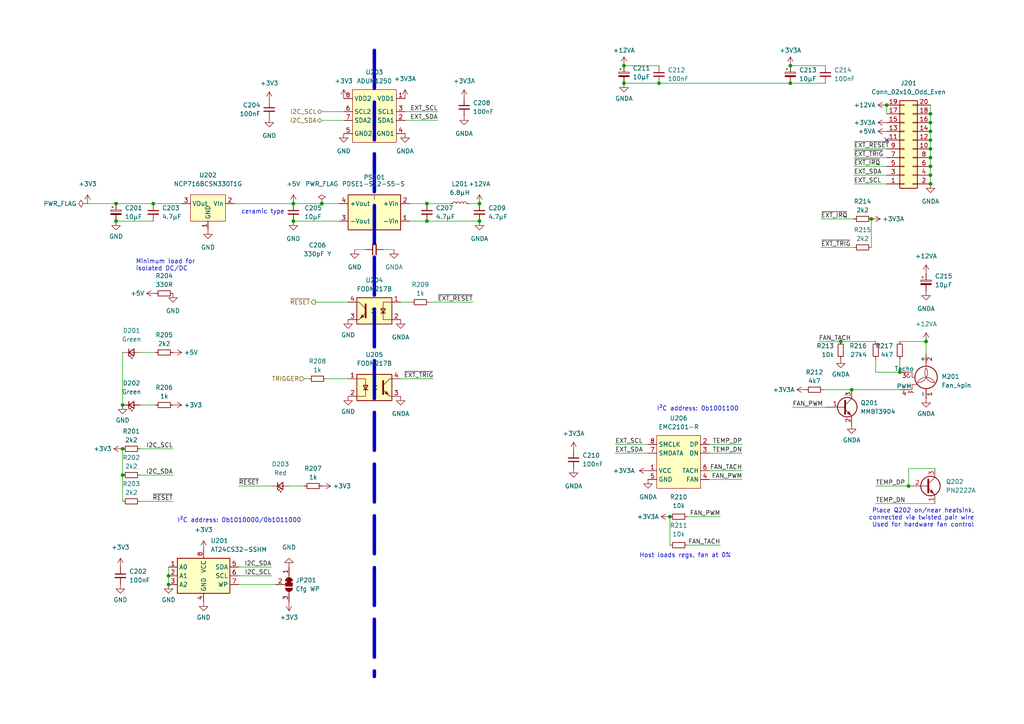
<source format=kicad_sch>
(kicad_sch (version 20211123) (generator eeschema)
  (paper "A4")
  (title_block (title "Dual Programmable Load Driver") (date "2022-03-10") (rev "1") (comment 1 "~{ACTIVE} indicates the control loop is running and input shall be enabled"))
  (lib_symbols
    (symbol "Connector_Generic:Conn_02x10_Odd_Even" (pin_names (offset 1.016) hide)
      (property "Reference" "J" (at 1.27 12.7 0))
      (property "Value" "Conn_02x10_Odd_Even" (at 1.27 -15.24 0))
      (symbol "Conn_02x10_Odd_Even_1_1"
        (rectangle (start -1.27 -12.573) (end 0 -12.827) (stroke (width 0.1524)))
        (rectangle (start -1.27 -10.033) (end 0 -10.287) (stroke (width 0.1524)))
        (rectangle (start -1.27 -7.493) (end 0 -7.747) (stroke (width 0.1524)))
        (rectangle (start -1.27 -4.953) (end 0 -5.207) (stroke (width 0.1524)))
        (rectangle (start -1.27 -2.413) (end 0 -2.667) (stroke (width 0.1524)))
        (rectangle (start -1.27 0.127) (end 0 -0.127) (stroke (width 0.1524)))
        (rectangle (start -1.27 2.667) (end 0 2.413) (stroke (width 0.1524)))
        (rectangle (start -1.27 5.207) (end 0 4.953) (stroke (width 0.1524)))
        (rectangle (start -1.27 7.747) (end 0 7.493) (stroke (width 0.1524)))
        (rectangle (start -1.27 10.287) (end 0 10.033) (stroke (width 0.1524)))
        (rectangle (start -1.27 11.43) (end 3.81 -13.97) (stroke (width 0.254)) (fill (type background)))
        (rectangle (start 3.81 -12.573) (end 2.54 -12.827) (stroke (width 0.1524)))
        (rectangle (start 3.81 -10.033) (end 2.54 -10.287) (stroke (width 0.1524)))
        (rectangle (start 3.81 -7.493) (end 2.54 -7.747) (stroke (width 0.1524)))
        (rectangle (start 3.81 -4.953) (end 2.54 -5.207) (stroke (width 0.1524)))
        (rectangle (start 3.81 -2.413) (end 2.54 -2.667) (stroke (width 0.1524)))
        (rectangle (start 3.81 0.127) (end 2.54 -0.127) (stroke (width 0.1524)))
        (rectangle (start 3.81 2.667) (end 2.54 2.413) (stroke (width 0.1524)))
        (rectangle (start 3.81 5.207) (end 2.54 4.953) (stroke (width 0.1524)))
        (rectangle (start 3.81 7.747) (end 2.54 7.493) (stroke (width 0.1524)))
        (rectangle (start 3.81 10.287) (end 2.54 10.033) (stroke (width 0.1524)))
        (pin passive line (at -5.08 10.16 0) (length 3.81) (name "Pin_1") (number "1"))
        (pin passive line (at 7.62 0 180) (length 3.81) (name "Pin_10") (number "10"))
        (pin passive line (at -5.08 -2.54 0) (length 3.81) (name "Pin_11") (number "11"))
        (pin passive line (at 7.62 -2.54 180) (length 3.81) (name "Pin_12") (number "12"))
        (pin passive line (at -5.08 -5.08 0) (length 3.81) (name "Pin_13") (number "13"))
        (pin passive line (at 7.62 -5.08 180) (length 3.81) (name "Pin_14") (number "14"))
        (pin passive line (at -5.08 -7.62 0) (length 3.81) (name "Pin_15") (number "15"))
        (pin passive line (at 7.62 -7.62 180) (length 3.81) (name "Pin_16") (number "16"))
        (pin passive line (at -5.08 -10.16 0) (length 3.81) (name "Pin_17") (number "17"))
        (pin passive line (at 7.62 -10.16 180) (length 3.81) (name "Pin_18") (number "18"))
        (pin passive line (at -5.08 -12.7 0) (length 3.81) (name "Pin_19") (number "19"))
        (pin passive line (at 7.62 10.16 180) (length 3.81) (name "Pin_2") (number "2"))
        (pin passive line (at 7.62 -12.7 180) (length 3.81) (name "Pin_20") (number "20"))
        (pin passive line (at -5.08 7.62 0) (length 3.81) (name "Pin_3") (number "3"))
        (pin passive line (at 7.62 7.62 180) (length 3.81) (name "Pin_4") (number "4"))
        (pin passive line (at -5.08 5.08 0) (length 3.81) (name "Pin_5") (number "5"))
        (pin passive line (at 7.62 5.08 180) (length 3.81) (name "Pin_6") (number "6"))
        (pin passive line (at -5.08 2.54 0) (length 3.81) (name "Pin_7") (number "7"))
        (pin passive line (at 7.62 2.54 180) (length 3.81) (name "Pin_8") (number "8"))
        (pin passive line (at -5.08 0 0) (length 3.81) (name "Pin_9") (number "9"))
      )
    )
    (symbol "Device:C_Polarized_Small" (pin_numbers hide) (pin_names (offset 0.254) hide)
      (property "Reference" "C" (at 0.254 1.778 0))
      (property "Value" "C_Polarized_Small" (at 0.254 -2.032 0))
      (symbol "C_Polarized_Small_0_1"
        (rectangle (start -1.524 -0.3048) (end 1.524 -0.6858) (fill (type outline)))
        (rectangle (start -1.524 0.6858) (end 1.524 0.3048))
        (polyline (pts (xy -1.27 1.524) (xy -0.762 1.524)))
        (polyline (pts (xy -1.016 1.27) (xy -1.016 1.778)))
      )
      (symbol "C_Polarized_Small_1_1"
        (pin passive line (at 0 2.54 270) (length 1.8542) (name "~") (number "1"))
        (pin passive line (at 0 -2.54 90) (length 1.8542) (name "~") (number "2"))
      )
    )
    (symbol "Device:C_Small" (pin_numbers hide) (pin_names (offset 0.254) hide)
      (property "Reference" "C" (at 0.254 1.778 0))
      (property "Value" "C_Small" (at 0.254 -2.032 0))
      (symbol "C_Small_0_1"
        (polyline (pts (xy -1.524 -0.508) (xy 1.524 -0.508)) (stroke (width 0.3302)))
        (polyline (pts (xy -1.524 0.508) (xy 1.524 0.508)) (stroke (width 0.3048)))
      )
      (symbol "C_Small_1_1"
        (pin passive line (at 0 2.54 270) (length 2.032) (name "~") (number "1"))
        (pin passive line (at 0 -2.54 90) (length 2.032) (name "~") (number "2"))
      )
    )
    (symbol "Device:LED_Small" (pin_numbers hide) (pin_names (offset 0.254) hide)
      (property "Reference" "D" (at -1.27 3.175 0))
      (property "Value" "LED_Small" (at -4.445 -2.54 0))
      (symbol "LED_Small_0_1"
        (polyline (pts (xy -0.762 -1.016) (xy -0.762 1.016)) (stroke (width 0.254)))
        (polyline (pts (xy 1.016 0) (xy -0.762 0)))
        (polyline (pts (xy 0.762 -1.016) (xy -0.762 0) (xy 0.762 1.016) (xy 0.762 -1.016)) (stroke (width 0.254)))
        (polyline (pts (xy 0 0.762) (xy -0.508 1.27) (xy -0.254 1.27) (xy -0.508 1.27) (xy -0.508 1.016)))
        (polyline (pts (xy 0.508 1.27) (xy 0 1.778) (xy 0.254 1.778) (xy 0 1.778) (xy 0 1.524)))
      )
      (symbol "LED_Small_1_1"
        (pin passive line (at -2.54 0 0) (length 1.778) (name "K") (number "1"))
        (pin passive line (at 2.54 0 180) (length 1.778) (name "A") (number "2"))
      )
    )
    (symbol "Device:L_Small" (pin_numbers hide) (pin_names (offset 0.254) hide)
      (property "Reference" "L" (at 0.762 1.016 0))
      (property "Value" "L_Small" (at 0.762 -1.016 0))
      (symbol "L_Small_0_1"
        (arc (start 0 -2.032) (mid 0.508 -1.524) (end 0 -1.016))
        (arc (start 0 -1.016) (mid 0.508 -0.508) (end 0 0))
        (arc (start 0 0) (mid 0.508 0.508) (end 0 1.016))
        (arc (start 0 1.016) (mid 0.508 1.524) (end 0 2.032))
      )
      (symbol "L_Small_1_1"
        (pin passive line (at 0 2.54 270) (length 0.508) (name "~") (number "1"))
        (pin passive line (at 0 -2.54 90) (length 0.508) (name "~") (number "2"))
      )
    )
    (symbol "Device:R_Small" (pin_numbers hide) (pin_names (offset 0.254) hide)
      (property "Reference" "R" (at 0.762 0.508 0))
      (property "Value" "R_Small" (at 0.762 -1.016 0))
      (symbol "R_Small_0_1"
        (rectangle (start -0.762 1.778) (end 0.762 -1.778) (stroke (width 0.2032)))
      )
      (symbol "R_Small_1_1"
        (pin passive line (at 0 2.54 270) (length 0.762) (name "~") (number "1"))
        (pin passive line (at 0 -2.54 90) (length 0.762) (name "~") (number "2"))
      )
    )
    (symbol "Isolator:FODM217B"
      (property "Reference" "U" (at -5.08 5.08 0))
      (property "Value" "FODM217B" (at 0 5.08 0))
      (symbol "FODM217B_0_1"
        (rectangle (start -5.08 3.81) (end 5.08 -3.81) (stroke (width 0.254)) (fill (type background)))
        (polyline (pts (xy -3.175 -0.635) (xy -1.905 -0.635)) (stroke (width 0.254)))
        (polyline (pts (xy 2.54 0.635) (xy 4.445 2.54)))
        (polyline (pts (xy 4.445 -2.54) (xy 2.54 -0.635)) (fill (type outline)))
        (polyline (pts (xy 4.445 -2.54) (xy 5.08 -2.54)))
        (polyline (pts (xy 4.445 2.54) (xy 5.08 2.54)))
        (polyline (pts (xy -5.08 2.54) (xy -2.54 2.54) (xy -2.54 -0.635)))
        (polyline (pts (xy -2.54 -0.635) (xy -2.54 -2.54) (xy -5.08 -2.54)))
        (polyline (pts (xy 2.54 1.905) (xy 2.54 -1.905) (xy 2.54 -1.905)) (stroke (width 0.508)))
        (polyline (pts (xy -2.54 -0.635) (xy -3.175 0.635) (xy -1.905 0.635) (xy -2.54 -0.635)) (stroke (width 0.254)))
        (polyline (pts (xy -0.508 -0.508) (xy 0.762 -0.508) (xy 0.381 -0.635) (xy 0.381 -0.381) (xy 0.762 -0.508)))
        (polyline (pts (xy -0.508 0.508) (xy 0.762 0.508) (xy 0.381 0.381) (xy 0.381 0.635) (xy 0.762 0.508)))
        (polyline (pts (xy 3.048 -1.651) (xy 3.556 -1.143) (xy 4.064 -2.159) (xy 3.048 -1.651) (xy 3.048 -1.651)) (fill (type outline)))
      )
      (symbol "FODM217B_1_1"
        (pin passive line (at -7.62 2.54 0) (length 2.54) (name "~") (number "1"))
        (pin passive line (at -7.62 -2.54 0) (length 2.54) (name "~") (number "2"))
        (pin passive line (at 7.62 -2.54 180) (length 2.54) (name "~") (number "3"))
        (pin passive line (at 7.62 2.54 180) (length 2.54) (name "~") (number "4"))
      )
    )
    (symbol "Jumper:SolderJumper_3_Bridged12" (pin_names (offset 0) hide)
      (property "Reference" "JP" (at -2.54 -2.54 0))
      (property "Value" "SolderJumper_3_Bridged12" (at 0 2.794 0))
      (symbol "SolderJumper_3_Bridged12_0_1"
        (rectangle (start -1.016 0.508) (end -0.508 -0.508) (fill (type outline)))
        (arc (start -1.016 1.016) (mid -2.032 0) (end -1.016 -1.016))
        (arc (start -1.016 1.016) (mid -2.032 0) (end -1.016 -1.016) (fill (type outline)))
        (rectangle (start -0.508 1.016) (end 0.508 -1.016) (fill (type outline)))
        (polyline (pts (xy -2.54 0) (xy -2.032 0)))
        (polyline (pts (xy -1.016 1.016) (xy -1.016 -1.016)))
        (polyline (pts (xy 0 -1.27) (xy 0 -1.016)))
        (polyline (pts (xy 1.016 1.016) (xy 1.016 -1.016)))
        (polyline (pts (xy 2.54 0) (xy 2.032 0)))
        (arc (start 1.016 -1.016) (mid 2.032 0) (end 1.016 1.016))
        (arc (start 1.016 -1.016) (mid 2.032 0) (end 1.016 1.016) (fill (type outline)))
      )
      (symbol "SolderJumper_3_Bridged12_1_1"
        (pin passive line (at -5.08 0 0) (length 2.54) (name "A") (number "1"))
        (pin passive line (at 0 -3.81 90) (length 2.54) (name "C") (number "2"))
        (pin passive line (at 5.08 0 180) (length 2.54) (name "B") (number "3"))
      )
    )
    (symbol "Memory_EEPROM:AT24CS32-SSHM"
      (property "Reference" "U" (at -7.62 6.35 0))
      (property "Value" "AT24CS32-SSHM" (at 2.54 -6.35 0))
      (symbol "AT24CS32-SSHM_1_1"
        (rectangle (start -7.62 5.08) (end 7.62 -5.08) (stroke (width 0.254)) (fill (type background)))
        (pin input line (at -10.16 2.54 0) (length 2.54) (name "A0") (number "1"))
        (pin input line (at -10.16 0 0) (length 2.54) (name "A1") (number "2"))
        (pin input line (at -10.16 -2.54 0) (length 2.54) (name "A2") (number "3"))
        (pin power_in line (at 0 -7.62 90) (length 2.54) (name "GND") (number "4"))
        (pin bidirectional line (at 10.16 2.54 180) (length 2.54) (name "SDA") (number "5"))
        (pin input line (at 10.16 0 180) (length 2.54) (name "SCL") (number "6"))
        (pin input line (at 10.16 -2.54 180) (length 2.54) (name "WP") (number "7"))
        (pin power_in line (at 0 7.62 270) (length 2.54) (name "VCC") (number "8"))
      )
    )
    (symbol "Motor:Fan_4pin" (pin_names (offset 0))
      (property "Reference" "M" (at 2.54 5.08 0))
      (property "Value" "Fan_4pin" (at 2.54 -2.54 0))
      (symbol "Fan_4pin_0_0"
        (arc (start -5.588 1.524) (mid -5.08 1.016) (end -4.572 1.524))
        (arc (start -5.08 2.032) (mid -5.4392 1.8832) (end -5.588 1.524))
        (polyline (pts (xy -5.08 2.032) (xy -5.334 2.159)))
        (polyline (pts (xy -5.08 2.032) (xy -5.207 1.778)))
        (polyline (pts (xy -4.064 2.54) (xy -4.064 1.016) (xy -3.302 1.016)))
      )
      (symbol "Fan_4pin_0_1"
        (arc (start -2.54 -0.508) (mid -0.0014 0.9048) (end 0 3.81))
        (polyline (pts (xy -4.064 2.54) (xy -5.08 2.54)))
        (polyline (pts (xy 0 -5.08) (xy 0 -4.572)))
        (polyline (pts (xy 0 -2.2352) (xy 0 -2.6416)))
        (polyline (pts (xy 0 4.2672) (xy 0 4.6228)))
        (polyline (pts (xy 0 4.572) (xy 0 5.08)))
        (polyline (pts (xy -2.54 -1.016) (xy -4.064 -1.016) (xy -4.064 -2.54) (xy -5.08 -2.54)))
        (polyline (pts (xy -5.334 -3.302) (xy -5.08 -3.302) (xy -5.08 -3.048) (xy -4.826 -3.048) (xy -4.826 -3.302) (xy -4.318 -3.302) (xy -4.318 -3.048) (xy -4.064 -3.048) (xy -4.064 -3.302) (xy -3.556 -3.302)))
        (circle (center 0 1.016) (radius 3.2512) (stroke (width 0.254)))
        (arc (start 0 3.81) (mid 0.0468 0.9315) (end 2.54 -0.508))
        (arc (start 2.54 -0.508) (mid 0 1.0618) (end -2.54 -0.508))
      )
      (symbol "Fan_4pin_1_1"
        (pin passive line (at 0 -5.08 90) (length 2.54) (name "-") (number "1"))
        (pin passive line (at 0 7.62 270) (length 2.54) (name "+") (number "2"))
        (pin passive line (at -7.62 2.54 0) (length 2.54) (name "Tacho") (number "3"))
        (pin input line (at -7.62 -2.54 0) (length 2.54) (name "PWM") (number "4"))
      )
    )
    (symbol "Transistor_BJT:MMBT3904" (pin_names (offset 0) hide)
      (property "Reference" "Q" (at 5.08 1.905 0))
      (property "Value" "MMBT3904" (at 5.08 0 0))
      (symbol "MMBT3904_0_1"
        (polyline (pts (xy 0.635 0.635) (xy 2.54 2.54)))
        (polyline (pts (xy 0.635 -0.635) (xy 2.54 -2.54) (xy 2.54 -2.54)))
        (polyline (pts (xy 0.635 1.905) (xy 0.635 -1.905) (xy 0.635 -1.905)) (stroke (width 0.508)))
        (polyline (pts (xy 1.27 -1.778) (xy 1.778 -1.27) (xy 2.286 -2.286) (xy 1.27 -1.778) (xy 1.27 -1.778)) (fill (type outline)))
        (circle (center 1.27 0) (radius 2.8194) (stroke (width 0.254)))
      )
      (symbol "MMBT3904_1_1"
        (pin input line (at -5.08 0 0) (length 5.715) (name "B") (number "1"))
        (pin passive line (at 2.54 -5.08 90) (length 2.54) (name "E") (number "2"))
        (pin passive line (at 2.54 5.08 270) (length 2.54) (name "C") (number "3"))
      )
    )
    (symbol "Transistor_BJT:PN2222A" (pin_names (offset 0) hide)
      (property "Reference" "Q" (at 5.08 1.905 0))
      (property "Value" "PN2222A" (at 5.08 0 0))
      (symbol "PN2222A_0_1"
        (polyline (pts (xy 0 0) (xy 0.635 0)))
        (polyline (pts (xy 2.54 -2.54) (xy 0.635 -0.635)))
        (polyline (pts (xy 2.54 2.54) (xy 0.635 0.635)))
        (polyline (pts (xy 0.635 1.905) (xy 0.635 -1.905) (xy 0.635 -1.905)) (stroke (width 0.508)))
        (polyline (pts (xy 2.413 -2.413) (xy 1.905 -1.905) (xy 1.905 -1.905)))
        (polyline (pts (xy 1.143 -1.651) (xy 1.651 -1.143) (xy 2.159 -2.159) (xy 1.143 -1.651) (xy 1.143 -1.651)) (fill (type outline)))
        (circle (center 1.27 0) (radius 2.8194) (stroke (width 0.254)))
      )
      (symbol "PN2222A_1_1"
        (pin passive line (at 2.54 -5.08 90) (length 2.54) (name "E") (number "1"))
        (pin input line (at -5.08 0 0) (length 5.08) (name "B") (number "2"))
        (pin passive line (at 2.54 5.08 270) (length 2.54) (name "C") (number "3"))
      )
    )
    (symbol "power:+12VA" (power) (pin_names (offset 0))
      (property "Value" "+12VA" (at 0 3.556 0))
      (symbol "+12VA_0_1"
        (polyline (pts (xy -0.762 1.27) (xy 0 2.54)))
        (polyline (pts (xy 0 0) (xy 0 2.54)))
        (polyline (pts (xy 0 2.54) (xy 0.762 1.27)))
      )
      (symbol "+12VA_1_1"
        (pin power_in line (at 0 0 90) (length 0) hide (name "+12VA") (number "1"))
      )
    )
    (symbol "power:+3V3" (power) (pin_names (offset 0))
      (property "Value" "+3V3" (at 0 3.556 0))
      (symbol "+3V3_0_1"
        (polyline (pts (xy -0.762 1.27) (xy 0 2.54)))
        (polyline (pts (xy 0 0) (xy 0 2.54)))
        (polyline (pts (xy 0 2.54) (xy 0.762 1.27)))
      )
      (symbol "+3V3_1_1"
        (pin power_in line (at 0 0 90) (length 0) hide (name "+3V3") (number "1"))
      )
    )
    (symbol "power:+5V" (power) (pin_names (offset 0))
      (property "Value" "+5V" (at 0 3.556 0))
      (symbol "+5V_0_1"
        (polyline (pts (xy -0.762 1.27) (xy 0 2.54)))
        (polyline (pts (xy 0 0) (xy 0 2.54)))
        (polyline (pts (xy 0 2.54) (xy 0.762 1.27)))
      )
      (symbol "+5V_1_1"
        (pin power_in line (at 0 0 90) (length 0) hide (name "+5V") (number "1"))
      )
    )
    (symbol "power:+5VA" (power) (pin_names (offset 0))
      (property "Value" "+5VA" (at 0 3.556 0))
      (symbol "+5VA_0_1"
        (polyline (pts (xy -0.762 1.27) (xy 0 2.54)))
        (polyline (pts (xy 0 0) (xy 0 2.54)))
        (polyline (pts (xy 0 2.54) (xy 0.762 1.27)))
      )
      (symbol "+5VA_1_1"
        (pin power_in line (at 0 0 90) (length 0) hide (name "+5VA") (number "1"))
      )
    )
    (symbol "power:GND" (power) (pin_names (offset 0))
      (property "Value" "GND" (at 0 -3.81 0))
      (symbol "GND_0_1"
        (polyline (pts (xy 0 0) (xy 0 -1.27) (xy 1.27 -1.27) (xy 0 -2.54) (xy -1.27 -1.27) (xy 0 -1.27)))
      )
      (symbol "GND_1_1"
        (pin power_in line (at 0 0 270) (length 0) hide (name "GND") (number "1"))
      )
    )
    (symbol "power:GNDA" (power) (pin_names (offset 0))
      (property "Value" "GNDA" (at 0 -3.81 0))
      (symbol "GNDA_0_1"
        (polyline (pts (xy 0 0) (xy 0 -1.27) (xy 1.27 -1.27) (xy 0 -2.54) (xy -1.27 -1.27) (xy 0 -1.27)))
      )
      (symbol "GNDA_1_1"
        (pin power_in line (at 0 0 270) (length 0) hide (name "GNDA") (number "1"))
      )
    )
    (symbol "power:PWR_FLAG" (power) (pin_numbers hide) (pin_names (offset 0) hide)
      (property "Value" "PWR_FLAG" (at 0 3.81 0))
      (symbol "PWR_FLAG_0_0"
        (pin power_out line (at 0 0 90) (length 0) (name "pwr") (number "1"))
      )
      (symbol "PWR_FLAG_0_1"
        (polyline (pts (xy 0 0) (xy 0 1.27) (xy -1.016 1.905) (xy 0 2.54) (xy 1.016 1.905) (xy 0 1.27)))
      )
    )
    (symbol "programmable-load:+3V3A" (power) (pin_names (offset 0))
      (property "Value" "+3V3A" (at 0 3.556 0))
      (symbol "+3V3A_0_1"
        (polyline (pts (xy -0.762 1.27) (xy 0 2.54)))
        (polyline (pts (xy 0 0) (xy 0 2.54)))
        (polyline (pts (xy 0 2.54) (xy 0.762 1.27)))
      )
      (symbol "+3V3A_1_1"
        (pin power_in line (at 0 0 90) (length 0) hide (name "+3V3A") (number "1"))
      )
    )
    (symbol "programmable-load:ADUM1250"
      (property "Reference" "U" (at 0 1.27 0))
      (property "Value" "ADUM1250" (at 0 3.81 0))
      (symbol "ADUM1250_0_1"
        (rectangle (start -6.35 0) (end 6.35 -15.24) (fill (type background)))
      )
      (symbol "ADUM1250_1_1"
        (pin power_in line (at -8.89 -2.54 0) (length 2.54) (name "VDD1") (number "1"))
        (pin bidirectional line (at -8.89 -8.89 0) (length 2.54) (name "SDA1") (number "2"))
        (pin bidirectional line (at -8.89 -6.35 0) (length 2.54) (name "SCL1") (number "3"))
        (pin power_in line (at -8.89 -12.7 0) (length 2.54) (name "GND1") (number "4"))
        (pin power_in line (at 8.89 -12.7 180) (length 2.54) (name "GND2") (number "5"))
        (pin bidirectional line (at 8.89 -6.35 180) (length 2.54) (name "SCL2") (number "6"))
        (pin bidirectional line (at 8.89 -8.89 180) (length 2.54) (name "SDA2") (number "7"))
        (pin power_in line (at 8.89 -2.54 180) (length 2.54) (name "VDD2") (number "8"))
      )
    )
    (symbol "programmable-load:EMC2101-R"
      (property "Reference" "U" (at 0 3.81 0))
      (property "Value" "EMC2101-R" (at 0 1.27 0))
      (symbol "EMC2101-R_0_1"
        (rectangle (start -6.35 0) (end 6.35 -15.24) (fill (type background)))
      )
      (symbol "EMC2101-R_1_1"
        (pin power_in line (at -8.89 -10.16 0) (length 2.54) (name "VCC") (number "1"))
        (pin output line (at 8.89 -2.54 180) (length 2.54) (name "DP") (number "2"))
        (pin input line (at 8.89 -5.08 180) (length 2.54) (name "DN") (number "3"))
        (pin output line (at 8.89 -12.7 180) (length 2.54) (name "FAN") (number "4"))
        (pin power_in line (at -8.89 -12.7 0) (length 2.54) (name "GND") (number "5"))
        (pin input line (at 8.89 -10.16 180) (length 2.54) (name "TACH") (number "6"))
        (pin bidirectional line (at -8.89 -5.08 0) (length 2.54) (name "SMDATA") (number "7"))
        (pin bidirectional line (at -8.89 -2.54 0) (length 2.54) (name "SMCLK") (number "8"))
      )
    )
    (symbol "programmable-load:NCP716BC"
      (property "Reference" "U" (at 0 3.81 0))
      (property "Value" "NCP716BC" (at 0 1.27 0))
      (symbol "NCP716BC_0_1"
        (rectangle (start -5.08 0) (end 5.08 -7.62) (fill (type background)))
      )
      (symbol "NCP716BC_1_1"
        (pin power_in line (at 0 -10.16 90) (length 2.54) (name "GND") (number "1"))
        (pin power_in line (at -7.62 -2.54 0) (length 2.54) (name "VIn") (number "2"))
        (pin power_out line (at 7.62 -2.54 180) (length 2.54) (name "VOut") (number "3"))
        (pin no_connect line (at 7.62 -5.08 180) (length 2.54) hide (name "NC") (number "4"))
        (pin no_connect line (at 7.62 -5.08 180) (length 2.54) hide (name "NC") (number "5"))
      )
    )
    (symbol "programmable-load:PDSE1-S12-S3-S"
      (property "Reference" "PS" (at -7.62 6.35 0))
      (property "Value" "PDSE1-S12-S3-S" (at 1.27 6.35 0))
      (symbol "PDSE1-S12-S3-S_0_0"
        (pin power_in line (at -10.16 -2.54 0) (length 2.54) (name "-Vin") (number "1"))
        (pin power_in line (at -10.16 2.54 0) (length 2.54) (name "+Vin") (number "2"))
        (pin power_out line (at 10.16 -2.54 180) (length 2.54) (name "-Vout") (number "3"))
        (pin power_out line (at 10.16 2.54 180) (length 2.54) (name "+Vout") (number "4"))
      )
      (symbol "PDSE1-S12-S3-S_0_1"
        (rectangle (start -7.62 5.08) (end 7.62 -5.08) (stroke (width 0.254)) (fill (type background)))
        (polyline (pts (xy 0 -2.54) (xy 0 -3.81)))
        (polyline (pts (xy 0 0) (xy 0 -1.27)))
        (polyline (pts (xy 0 2.54) (xy 0 1.27)))
        (polyline (pts (xy 0 5.08) (xy 0 3.81)))
      )
    )
  )
  (junction (at 48.895 169.545))
  (junction (at 229.235 19.05))
  (junction (at 269.875 45.72))
  (junction (at 191.135 24.13))
  (junction (at 268.605 99.06))
  (junction (at 229.235 24.13))
  (junction (at 269.875 35.56))
  (junction (at 123.825 64.135))
  (junction (at 243.84 99.06))
  (junction (at 257.175 30.48))
  (junction (at 33.655 59.055))
  (junction (at 269.875 43.18))
  (junction (at 139.065 59.055))
  (junction (at 269.875 40.64))
  (junction (at 269.875 48.26))
  (junction (at 180.975 24.13))
  (junction (at 247.015 113.03))
  (junction (at 139.065 64.135))
  (junction (at 263.525 140.97))
  (junction (at 85.09 59.055))
  (junction (at 269.875 38.1))
  (junction (at 260.985 107.95))
  (junction (at 252.73 63.5))
  (junction (at 269.875 53.34))
  (junction (at 194.31 149.86))
  (junction (at 123.825 59.055))
  (junction (at 93.345 59.055))
  (junction (at 44.45 59.055))
  (junction (at 35.56 130.175))
  (junction (at 269.875 50.8))
  (junction (at 180.975 19.05))
  (junction (at 35.56 117.475))
  (junction (at 35.56 137.795))
  (junction (at 48.895 167.005))
  (junction (at 33.655 64.135))
  (junction (at 269.875 33.02))
  (junction (at 85.09 64.135))
  (no_connect (at 257.175 40.64))
  (wire (pts (xy 69.215 169.545) (xy 80.01 169.545)))
  (wire (pts (xy 269.875 30.48) (xy 269.875 33.02)))
  (wire (pts (xy 229.235 24.13) (xy 239.395 24.13)))
  (wire (pts (xy 50.165 145.415) (xy 40.64 145.415)))
  (wire (pts (xy 269.875 45.72) (xy 269.875 48.26)))
  (wire (pts (xy 67.945 59.055) (xy 85.09 59.055)))
  (wire (pts (xy 247.65 71.755) (xy 238.125 71.755)))
  (wire (pts (xy 35.56 137.795) (xy 35.56 145.415)))
  (wire (pts (xy 268.605 99.06) (xy 268.605 102.87)))
  (wire (pts (xy 35.56 130.175) (xy 35.56 137.795)))
  (wire (pts (xy 205.74 136.525) (xy 215.265 136.525)))
  (wire (pts (xy 263.525 135.89) (xy 263.525 140.97)))
  (wire (pts (xy 238.76 113.03) (xy 247.015 113.03)))
  (wire (pts (xy 117.475 32.385) (xy 127 32.385)))
  (wire (pts (xy 123.825 64.135) (xy 139.065 64.135)))
  (wire (pts (xy 199.39 158.115) (xy 208.915 158.115)))
  (wire (pts (xy 269.875 43.18) (xy 269.875 45.72)))
  (wire (pts (xy 33.655 59.055) (xy 44.45 59.055)))
  (wire (pts (xy 91.44 87.63) (xy 100.965 87.63)))
  (wire (pts (xy 254 140.97) (xy 263.525 140.97)))
  (wire (pts (xy 118.745 59.055) (xy 123.825 59.055)))
  (wire (pts (xy 269.875 48.26) (xy 269.875 50.8)))
  (wire (pts (xy 83.82 140.97) (xy 88.265 140.97)))
  (wire (pts (xy 269.875 38.1) (xy 269.875 40.64)))
  (wire (pts (xy 194.31 149.86) (xy 194.31 158.115)))
  (wire (pts (xy 33.655 64.135) (xy 44.45 64.135)))
  (wire (pts (xy 48.895 164.465) (xy 48.895 167.005)))
  (wire (pts (xy 85.09 64.135) (xy 98.425 64.135)))
  (wire (pts (xy 260.985 104.14) (xy 260.985 107.95)))
  (wire (pts (xy 237.49 99.06) (xy 243.84 99.06)))
  (wire (pts (xy 269.875 40.64) (xy 269.875 43.18)))
  (wire (pts (xy 260.985 107.95) (xy 254 107.95)))
  (polyline (pts (xy 108.585 14.605) (xy 108.585 196.215)) (stroke (width 1) (type dash)))
  (wire (pts (xy 69.215 140.97) (xy 78.74 140.97)))
  (wire (pts (xy 199.39 149.86) (xy 208.915 149.86)))
  (wire (pts (xy 85.09 59.055) (xy 93.345 59.055)))
  (wire (pts (xy 229.235 19.05) (xy 239.395 19.05)))
  (wire (pts (xy 239.395 118.11) (xy 229.87 118.11)))
  (wire (pts (xy 123.825 59.055) (xy 130.81 59.055)))
  (wire (pts (xy 247.015 113.03) (xy 260.985 113.03)))
  (wire (pts (xy 191.135 24.13) (xy 229.235 24.13)))
  (wire (pts (xy 40.64 117.475) (xy 45.085 117.475)))
  (wire (pts (xy 93.345 32.385) (xy 99.695 32.385)))
  (wire (pts (xy 93.345 59.055) (xy 98.425 59.055)))
  (wire (pts (xy 50.165 137.795) (xy 40.64 137.795)))
  (wire (pts (xy 180.975 19.05) (xy 191.135 19.05)))
  (wire (pts (xy 102.87 72.39) (xy 106.045 72.39)))
  (wire (pts (xy 88.265 109.855) (xy 89.535 109.855)))
  (wire (pts (xy 69.215 167.005) (xy 78.74 167.005)))
  (wire (pts (xy 260.985 99.06) (xy 268.605 99.06)))
  (wire (pts (xy 180.975 24.13) (xy 191.135 24.13)))
  (wire (pts (xy 44.45 59.055) (xy 52.705 59.055)))
  (wire (pts (xy 254 146.05) (xy 271.145 146.05)))
  (wire (pts (xy 254 107.95) (xy 254 104.14)))
  (wire (pts (xy 116.205 87.63) (xy 119.38 87.63)))
  (wire (pts (xy 69.215 164.465) (xy 78.74 164.465)))
  (wire (pts (xy 257.175 50.8) (xy 247.65 50.8)))
  (wire (pts (xy 48.895 167.005) (xy 48.895 169.545)))
  (wire (pts (xy 135.89 59.055) (xy 139.065 59.055)))
  (wire (pts (xy 269.875 50.8) (xy 269.875 53.34)))
  (wire (pts (xy 117.475 34.925) (xy 127 34.925)))
  (wire (pts (xy 205.74 139.065) (xy 215.265 139.065)))
  (wire (pts (xy 257.175 48.26) (xy 247.65 48.26)))
  (wire (pts (xy 187.96 128.905) (xy 178.435 128.905)))
  (wire (pts (xy 125.73 109.855) (xy 116.205 109.855)))
  (wire (pts (xy 93.345 34.925) (xy 99.695 34.925)))
  (wire (pts (xy 257.175 53.34) (xy 247.65 53.34)))
  (wire (pts (xy 205.74 131.445) (xy 215.265 131.445)))
  (wire (pts (xy 243.84 99.06) (xy 254 99.06)))
  (wire (pts (xy 25.4 59.055) (xy 33.655 59.055)))
  (wire (pts (xy 40.64 102.235) (xy 45.085 102.235)))
  (wire (pts (xy 247.65 63.5) (xy 238.125 63.5)))
  (wire (pts (xy 269.875 35.56) (xy 269.875 38.1)))
  (wire (pts (xy 35.56 102.235) (xy 35.56 117.475)))
  (wire (pts (xy 124.46 87.63) (xy 137.16 87.63)))
  (wire (pts (xy 205.74 128.905) (xy 215.265 128.905)))
  (wire (pts (xy 187.96 131.445) (xy 178.435 131.445)))
  (wire (pts (xy 252.73 63.5) (xy 252.73 71.755)))
  (wire (pts (xy 94.615 109.855) (xy 100.965 109.855)))
  (wire (pts (xy 50.165 130.175) (xy 40.64 130.175)))
  (wire (pts (xy 269.875 33.02) (xy 269.875 35.56)))
  (wire (pts (xy 257.175 30.48) (xy 257.175 33.02)))
  (wire (pts (xy 247.65 45.72) (xy 257.175 45.72)))
  (wire (pts (xy 247.65 43.18) (xy 257.175 43.18)))
  (wire (pts (xy 118.745 64.135) (xy 123.825 64.135)))
  (wire (pts (xy 271.145 135.89) (xy 263.525 135.89)))
  (wire (pts (xy 111.125 72.39) (xy 114.3 72.39)))
  (text "I²C address: 0b1010000/0b1011000" (at 51.435 151.765 0) (effects (font (size 1.27 1.27)) (justify left bottom)))
  (text "ceramic type" (at 82.55 62.23 180) (effects (font (size 1.27 1.27)) (justify right bottom)))
  (text "Host loads regs, fan at 0%" (at 185.42 161.925 0) (effects (font (size 1.27 1.27)) (justify left bottom)))
  (text "Place Q202 on/near heatsink,\nconnected via twisted pair wire\nUsed for hardware fan control" (at 282.575 153.035 0) (effects (font (size 1.27 1.27)) (justify right bottom)))
  (text "I²C address: 0b1001100" (at 190.5 119.38 0) (effects (font (size 1.27 1.27)) (justify left bottom)))
  (text "Minimum load for\nisolated DC/DC" (at 39.37 78.74 0) (effects (font (size 1.27 1.27)) (justify left bottom)))
  (label "FAN_PWM" (at 229.87 118.11 0))
  (label "EXT_SDA" (at 247.65 50.8 0))
  (label "I2C_SCL" (at 50.165 130.175 180))
  (label "~{EXT_TRIG}" (at 247.65 45.72 0))
  (label "~{EXT_IRQ}" (at 247.65 48.26 0))
  (label "I2C_SDA" (at 78.74 164.465 180))
  (label "FAN_TACH" (at 208.915 158.115 180))
  (label "TEMP_DN" (at 254 146.05 0))
  (label "EXT_SCL" (at 127 32.385 180))
  (label "EXT_SDA" (at 178.435 131.445 0))
  (label "EXT_SDA" (at 127 34.925 180))
  (label "EXT_SCL" (at 178.435 128.905 0))
  (label "TEMP_DP" (at 254 140.97 0))
  (label "~{EXT_IRQ}" (at 238.125 63.5 0))
  (label "I2C_SCL" (at 78.74 167.005 180))
  (label "FAN_PWM" (at 208.915 149.86 180))
  (label "TEMP_DP" (at 215.265 128.905 180))
  (label "~{EXT_TRIG}" (at 125.73 109.855 180))
  (label "FAN_TACH" (at 215.265 136.525 180))
  (label "~{RESET}" (at 50.165 145.415 180))
  (label "~{EXT_RESET}" (at 137.16 87.63 180))
  (label "TEMP_DN" (at 215.265 131.445 180))
  (label "FAN_TACH" (at 237.49 99.06 0))
  (label "~{RESET}" (at 69.215 140.97 0))
  (label "~{EXT_TRIG}" (at 238.125 71.755 0))
  (label "~{EXT_RESET}" (at 247.65 43.18 0))
  (label "FAN_PWM" (at 215.265 139.065 180))
  (label "EXT_SCL" (at 247.65 53.34 0))
  (label "I2C_SDA" (at 50.165 137.795 180))
  (hierarchical_label "I2C_SCL" (shape bidirectional) (at 93.345 32.385 180))
  (hierarchical_label "~{RESET}" (shape output) (at 91.44 87.63 180))
  (hierarchical_label "TRIGGER" (shape input) (at 88.265 109.855 180))
  (hierarchical_label "I2C_SDA" (shape bidirectional) (at 93.345 34.925 180))
  (symbol (lib_id "Device:R_Small") (at 38.1 145.415 270) (mirror x) (unit 1)
    (property "Reference" "R203" (at 38.1 140.335 90))
    (property "Value" "2k2" (at 38.1 142.875 90))
    (property "Footprint" "Resistor_SMD:R_0805_2012Metric_Pad1.20x1.40mm_HandSolder" (effects hide))
  )
  (symbol (lib_id "power:GND") (at 34.925 169.545 0) (unit 1)
    (property "Reference" "#PWR0204" (effects hide))
    (property "Value" "GND" (at 34.925 173.99 0))
  )
  (symbol (lib_id "Device:C_Small") (at 78.105 31.75 0) (mirror y) (unit 1)
    (property "Reference" "C204" (at 75.565 30.4862 0) (effects (justify left)))
    (property "Value" "100nF" (at 75.565 33.0262 0) (effects (justify left)))
    (property "Footprint" "Capacitor_SMD:C_0805_2012Metric_Pad1.18x1.45mm_HandSolder" (effects hide))
  )
  (symbol (lib_id "power:+3V3") (at 99.695 28.575 0) (unit 1)
    (property "Reference" "#PWR0222" (effects hide))
    (property "Value" "+3V3" (at 99.695 23.495 0))
  )
  (symbol (lib_id "Device:R_Small") (at 236.22 113.03 270) (mirror x) (unit 1)
    (property "Reference" "R212" (at 236.22 107.95 90))
    (property "Value" "4k7" (at 236.22 110.49 90))
    (property "Footprint" "Resistor_SMD:R_0805_2012Metric_Pad1.20x1.40mm_HandSolder" (effects hide))
  )
  (symbol (lib_id "Device:R_Small") (at 38.1 137.795 270) (mirror x) (unit 1)
    (property "Reference" "R202" (at 38.1 132.715 90))
    (property "Value" "2k2" (at 38.1 135.255 90))
    (property "Footprint" "Resistor_SMD:R_0805_2012Metric_Pad1.20x1.40mm_HandSolder" (effects hide))
  )
  (symbol (lib_id "Device:R_Small") (at 121.92 87.63 270) (mirror x) (unit 1)
    (property "Reference" "R209" (at 121.92 82.55 90))
    (property "Value" "1k" (at 121.92 85.09 90))
    (property "Footprint" "Resistor_SMD:R_0805_2012Metric_Pad1.20x1.40mm_HandSolder" (effects hide))
  )
  (symbol (lib_id "programmable-load:+3V3A") (at 252.73 63.5 270) (mirror x) (unit 1)
    (property "Reference" "#PWR0247" (effects hide))
    (property "Value" "+3V3A" (at 255.905 63.4999 90) (effects (justify left)))
  )
  (symbol (lib_id "power:GNDA") (at 139.065 64.135 0) (unit 1)
    (property "Reference" "#PWR0235" (effects hide))
    (property "Value" "GNDA" (at 139.065 69.215 0))
  )
  (symbol (lib_id "Isolator:FODM217B") (at 108.585 112.395 0) (unit 1)
    (property "Reference" "U205" (at 108.585 102.87 0))
    (property "Value" "FODM217B" (at 108.585 105.41 0))
    (property "Footprint" "Package_SO:SOP-4_4.4x2.6mm_P1.27mm" (effects hide))
    (property "Datasheet" "https://www.onsemi.com/pub/Collateral/FODM214-D.PDF" (effects hide))
    (property "MPN" "FODM217B" (effects hide))
  )
  (symbol (lib_id "power:GNDA") (at 117.475 38.735 0) (unit 1)
    (property "Reference" "#PWR0231" (effects hide))
    (property "Value" "GNDA" (at 117.475 43.815 0))
  )
  (symbol (lib_id "power:+5VA") (at 257.175 38.1 90) (unit 1)
    (property "Reference" "#PWR0250" (effects hide))
    (property "Value" "+5VA" (at 254 38.0999 90) (effects (justify left)))
  )
  (symbol (lib_id "power:+3V3") (at 59.055 159.385 0) (unit 1)
    (property "Reference" "#PWR0212" (effects hide))
    (property "Value" "+3V3" (at 59.055 153.67 0))
  )
  (symbol (lib_id "Device:R_Small") (at 196.85 149.86 90) (unit 1)
    (property "Reference" "R210" (at 196.85 144.145 90))
    (property "Value" "10k" (at 196.85 146.685 90))
    (property "Footprint" "Resistor_SMD:R_0805_2012Metric_Pad1.20x1.40mm_HandSolder" (effects hide))
  )
  (symbol (lib_id "Device:R_Small") (at 47.625 85.09 90) (unit 1)
    (property "Reference" "R204" (at 47.625 80.01 90))
    (property "Value" "330R" (at 47.625 82.55 90))
    (property "Footprint" "Resistor_SMD:R_0805_2012Metric_Pad1.20x1.40mm_HandSolder" (effects hide))
    (property "MPN" "ERJ-P06J331V" (effects hide))
  )
  (symbol (lib_id "Device:C_Small") (at 123.825 61.595 0) (unit 1)
    (property "Reference" "C207" (at 126.365 60.3312 0) (effects (justify left)))
    (property "Value" "4.7µF" (at 126.365 62.8712 0) (effects (justify left)))
    (property "Footprint" "Capacitor_SMD:C_0805_2012Metric_Pad1.18x1.45mm_HandSolder" (effects hide))
    (property "MPN" "CL21A475KAQNNNF" (effects hide))
  )
  (symbol (lib_id "Device:R_Small") (at 38.1 130.175 270) (mirror x) (unit 1)
    (property "Reference" "R201" (at 38.1 125.095 90))
    (property "Value" "2k2" (at 38.1 127.635 90))
    (property "Footprint" "Resistor_SMD:R_0805_2012Metric_Pad1.20x1.40mm_HandSolder" (effects hide))
  )
  (symbol (lib_id "programmable-load:+3V3A") (at 257.175 35.56 90) (unit 1)
    (property "Reference" "#PWR0249" (effects hide))
    (property "Value" "+3V3A" (at 254 35.5599 90) (effects (justify left)))
  )
  (symbol (lib_id "power:+3V3") (at 25.4 59.055 0) (unit 1)
    (property "Reference" "#PWR0201" (effects hide))
    (property "Value" "+3V3" (at 25.4 53.34 0))
  )
  (symbol (lib_id "Device:R_Small") (at 90.805 140.97 270) (mirror x) (unit 1)
    (property "Reference" "R207" (at 90.805 135.89 90))
    (property "Value" "1k" (at 90.805 138.43 90))
    (property "Footprint" "Resistor_SMD:R_0805_2012Metric_Pad1.20x1.40mm_HandSolder" (effects hide))
  )
  (symbol (lib_id "power:PWR_FLAG") (at 25.4 59.055 90) (unit 1)
    (property "Reference" "#FLG0201" (effects hide))
    (property "Value" "PWR_FLAG" (at 22.225 59.055 90) (effects (justify left)))
  )
  (symbol (lib_id "programmable-load:+3V3A") (at 233.68 113.03 90) (unit 1)
    (property "Reference" "#PWR0244" (effects hide))
    (property "Value" "+3V3A" (at 230.505 113.03 90) (effects (justify left)))
  )
  (symbol (lib_id "Isolator:FODM217B") (at 108.585 90.17 0) (mirror y) (unit 1)
    (property "Reference" "U204" (at 108.585 81.28 0))
    (property "Value" "FODM217B" (at 108.585 83.82 0))
    (property "Footprint" "Package_SO:SOP-4_4.4x2.6mm_P1.27mm" (effects hide))
    (property "Datasheet" "https://www.onsemi.com/pub/Collateral/FODM214-D.PDF" (effects hide))
    (property "MPN" "FODM217B" (effects hide))
  )
  (symbol (lib_id "programmable-load:NCP716BC") (at 60.325 56.515 0) (mirror y) (unit 1)
    (property "Reference" "U202" (at 60.325 50.8 0))
    (property "Value" "NCP716BCSN330T1G" (at 60.325 53.34 0))
    (property "Footprint" "Package_SO:TSOP-5_1.65x3.05mm_P0.95mm" (effects hide))
    (property "Datasheet" "https://www.mouser.com/datasheet/2/308/NCP716BC_D-2255835.pdf" (effects hide))
  )
  (symbol (lib_id "Device:R_Small") (at 47.625 102.235 270) (mirror x) (unit 1)
    (property "Reference" "R205" (at 47.625 97.155 90))
    (property "Value" "2k2" (at 47.625 99.695 90))
    (property "Footprint" "Resistor_SMD:R_0805_2012Metric_Pad1.20x1.40mm_HandSolder" (effects hide))
  )
  (symbol (lib_id "Device:C_Small") (at 85.09 61.595 0) (unit 1)
    (property "Reference" "C205" (at 88.265 60.3312 0) (effects (justify left)))
    (property "Value" "10µF" (at 88.265 62.8712 0) (effects (justify left)))
    (property "Footprint" "Capacitor_SMD:C_0805_2012Metric_Pad1.18x1.45mm_HandSolder" (effects hide))
    (property "MPN" "CL21A106KPFNNNF" (effects hide))
  )
  (symbol (lib_id "Device:R_Small") (at 47.625 117.475 270) (mirror x) (unit 1)
    (property "Reference" "R206" (at 47.625 112.395 90))
    (property "Value" "1k" (at 47.625 114.935 90))
    (property "Footprint" "Resistor_SMD:R_0805_2012Metric_Pad1.20x1.40mm_HandSolder" (effects hide))
  )
  (symbol (lib_id "power:GND") (at 83.82 164.465 180) (unit 1)
    (property "Reference" "#PWR0217" (effects hide))
    (property "Value" "GND" (at 83.82 158.75 0))
  )
  (symbol (lib_id "Device:R_Small") (at 92.075 109.855 270) (mirror x) (unit 1)
    (property "Reference" "R208" (at 92.075 104.775 90))
    (property "Value" "1k" (at 92.075 107.315 90))
    (property "Footprint" "Resistor_SMD:R_0805_2012Metric_Pad1.20x1.40mm_HandSolder" (effects hide))
  )
  (symbol (lib_id "Device:C_Small") (at 239.395 21.59 0) (unit 1)
    (property "Reference" "C214" (at 241.935 20.3262 0) (effects (justify left)))
    (property "Value" "100nF" (at 241.935 22.8662 0) (effects (justify left)))
    (property "Footprint" "Capacitor_SMD:C_0805_2012Metric_Pad1.18x1.45mm_HandSolder" (effects hide))
  )
  (symbol (lib_id "Device:C_Polarized_Small") (at 229.235 21.59 0) (unit 1)
    (property "Reference" "C213" (at 231.775 20.32 0) (effects (justify left)))
    (property "Value" "10µF" (at 231.775 22.86 0) (effects (justify left)))
    (property "Footprint" "Capacitor_Tantalum_SMD:CP_EIA-3216-18_Kemet-A_Pad1.58x1.35mm_HandSolder" (effects hide))
    (property "MPN" "TAJA106K016RNJ" (effects hide))
  )
  (symbol (lib_id "power:GNDA") (at 268.605 84.455 0) (unit 1)
    (property "Reference" "#PWR0252" (effects hide))
    (property "Value" "GNDA" (at 268.605 89.535 0))
  )
  (symbol (lib_id "power:GNDA") (at 134.62 33.655 0) (unit 1)
    (property "Reference" "#PWR0233" (effects hide))
    (property "Value" "GNDA" (at 134.62 38.735 0))
  )
  (symbol (lib_id "Device:LED_Small") (at 38.1 117.475 0) (mirror x) (unit 1)
    (property "Reference" "D202" (at 38.1635 111.125 0))
    (property "Value" "Green" (at 38.1635 113.665 0))
    (property "Footprint" "LED_SMD:LED_0805_2012Metric_Pad1.15x1.40mm_HandSolder" (effects hide))
    (property "MPN" "150080VS75000" (effects hide))
  )
  (symbol (lib_id "Device:C_Small") (at 191.135 21.59 0) (unit 1)
    (property "Reference" "C212" (at 193.675 20.3262 0) (effects (justify left)))
    (property "Value" "100nF" (at 193.675 22.8662 0) (effects (justify left)))
    (property "Footprint" "Capacitor_SMD:C_0805_2012Metric_Pad1.18x1.45mm_HandSolder" (effects hide))
  )
  (symbol (lib_id "Transistor_BJT:MMBT3904") (at 244.475 118.11 0) (unit 1)
    (property "Reference" "Q201" (at 249.555 116.8399 0) (effects (justify left)))
    (property "Value" "MMBT3904" (at 249.555 119.3799 0) (effects (justify left)))
    (property "Footprint" "Package_TO_SOT_SMD:SOT-23" (effects hide))
    (property "Datasheet" "https://www.onsemi.com/pub/Collateral/2N3903-D.PDF" (effects hide))
    (property "MPN" "MMBT3904,215" (effects hide))
  )
  (symbol (lib_id "power:+3V3") (at 35.56 130.175 90) (mirror x) (unit 1)
    (property "Reference" "#PWR0206" (effects hide))
    (property "Value" "+3V3" (at 32.385 130.1749 90) (effects (justify left)))
  )
  (symbol (lib_id "power:GND") (at 60.325 66.675 0) (unit 1)
    (property "Reference" "#PWR0214" (effects hide))
    (property "Value" "GND" (at 60.325 71.755 0))
  )
  (symbol (lib_id "power:+3V3") (at 50.165 117.475 270) (mirror x) (unit 1)
    (property "Reference" "#PWR0211" (effects hide))
    (property "Value" "+3V3" (at 53.34 117.4749 90) (effects (justify left)))
  )
  (symbol (lib_id "power:GNDA") (at 269.875 53.34 0) (unit 1)
    (property "Reference" "#PWR0255" (effects hide))
    (property "Value" "GNDA" (at 269.875 58.42 0))
  )
  (symbol (lib_id "power:+3V3") (at 93.345 140.97 270) (mirror x) (unit 1)
    (property "Reference" "#PWR0221" (effects hide))
    (property "Value" "+3V3" (at 96.52 140.9699 90) (effects (justify left)))
  )
  (symbol (lib_id "power:+3V3") (at 34.925 164.465 0) (unit 1)
    (property "Reference" "#PWR0203" (effects hide))
    (property "Value" "+3V3" (at 34.925 158.75 0))
  )
  (symbol (lib_id "power:GND") (at 85.09 64.135 0) (unit 1)
    (property "Reference" "#PWR0220" (effects hide))
    (property "Value" "GND" (at 85.09 69.215 0))
  )
  (symbol (lib_id "Device:R_Small") (at 243.84 101.6 0) (mirror x) (unit 1)
    (property "Reference" "R213" (at 241.935 100.3299 0) (effects (justify right)))
    (property "Value" "10k" (at 241.935 102.8699 0) (effects (justify right)))
    (property "Footprint" "Resistor_SMD:R_0805_2012Metric_Pad1.20x1.40mm_HandSolder" (effects hide))
  )
  (symbol (lib_id "power:GND") (at 99.695 38.735 0) (unit 1)
    (property "Reference" "#PWR0223" (effects hide))
    (property "Value" "GND" (at 99.695 43.815 0))
  )
  (symbol (lib_id "power:GND") (at 78.105 34.29 0) (unit 1)
    (property "Reference" "#PWR0216" (effects hide))
    (property "Value" "GND" (at 78.105 39.37 0))
  )
  (symbol (lib_id "programmable-load:+3V3A") (at 166.37 130.81 0) (unit 1)
    (property "Reference" "#PWR0236" (effects hide))
    (property "Value" "+3V3A" (at 166.37 125.73 0))
  )
  (symbol (lib_id "Device:C_Small") (at 166.37 133.35 0) (unit 1)
    (property "Reference" "C210" (at 168.91 132.0862 0) (effects (justify left)))
    (property "Value" "100nF" (at 168.91 134.6262 0) (effects (justify left)))
    (property "Footprint" "Capacitor_SMD:C_0805_2012Metric_Pad1.18x1.45mm_HandSolder" (effects hide))
  )
  (symbol (lib_id "Device:R_Small") (at 254 101.6 0) (mirror x) (unit 1)
    (property "Reference" "R216" (at 251.46 100.3299 0) (effects (justify right)))
    (property "Value" "27k4" (at 251.46 102.8699 0) (effects (justify right)))
    (property "Footprint" "Resistor_SMD:R_0805_2012Metric_Pad1.20x1.40mm_HandSolder" (effects hide))
  )
  (symbol (lib_id "Device:R_Small") (at 250.19 71.755 90) (unit 1)
    (property "Reference" "R215" (at 250.19 66.675 90))
    (property "Value" "2k2" (at 250.19 69.215 90))
    (property "Footprint" "Resistor_SMD:R_0805_2012Metric_Pad1.20x1.40mm_HandSolder" (effects hide))
  )
  (symbol (lib_id "programmable-load:+3V3A") (at 187.96 136.525 90) (unit 1)
    (property "Reference" "#PWR0240" (effects hide))
    (property "Value" "+3V3A" (at 184.15 136.5249 90) (effects (justify left)))
  )
  (symbol (lib_id "Device:LED_Small") (at 81.28 140.97 0) (mirror x) (unit 1)
    (property "Reference" "D203" (at 81.3435 134.62 0))
    (property "Value" "Red" (at 81.3435 137.16 0))
    (property "Footprint" "LED_SMD:LED_0805_2012Metric_Pad1.15x1.40mm_HandSolder" (effects hide))
    (property "MPN" "150080SS75000" (effects hide))
  )
  (symbol (lib_id "power:+5V") (at 85.09 59.055 0) (unit 1)
    (property "Reference" "#PWR0219" (effects hide))
    (property "Value" "+5V" (at 85.09 53.34 0))
  )
  (symbol (lib_id "power:GNDA") (at 166.37 135.89 0) (unit 1)
    (property "Reference" "#PWR0237" (effects hide))
    (property "Value" "GNDA" (at 166.37 140.97 0))
  )
  (symbol (lib_id "Device:C_Polarized_Small") (at 180.975 21.59 0) (unit 1)
    (property "Reference" "C211" (at 183.515 19.7738 0) (effects (justify left)))
    (property "Value" "10µF" (at 183.515 22.3138 0) (effects (justify left)))
    (property "Footprint" "Capacitor_Tantalum_SMD:CP_EIA-3528-21_Kemet-B_Pad1.50x2.35mm_HandSolder" (effects hide))
    (property "MPN" "TAJB106K025TNJ" (effects hide))
  )
  (symbol (lib_id "power:GND") (at 48.895 169.545 0) (unit 1)
    (property "Reference" "#PWR0208" (effects hide))
    (property "Value" "GND" (at 48.895 173.99 0))
  )
  (symbol (lib_id "Device:C_Polarized_Small") (at 268.605 81.915 0) (unit 1)
    (property "Reference" "C215" (at 271.145 80.0988 0) (effects (justify left)))
    (property "Value" "10µF" (at 271.145 82.6388 0) (effects (justify left)))
    (property "Footprint" "Capacitor_THT:CP_Radial_D5.0mm_P2.00mm" (effects hide))
    (property "MPN" "860010472002" (effects hide))
  )
  (symbol (lib_id "programmable-load:PDSE1-S12-S3-S") (at 108.585 61.595 0) (mirror y) (unit 1)
    (property "Reference" "PS201" (at 108.585 51.435 0))
    (property "Value" "PDSE1-S12-S5-S" (at 117.475 53.34 0) (effects (justify left)))
    (property "Footprint" "programmable-load:CONV_PDSE1-S12-S3-S" (effects hide))
    (property "Datasheet" "https://www.cui.com/product/resource/pdse1-s.pdf" (effects hide))
    (property "MPN" "PDSE1-S12-S5-S" (effects hide))
  )
  (symbol (lib_id "programmable-load:EMC2101-R") (at 196.85 126.365 0) (unit 1)
    (property "Reference" "U206" (at 196.85 121.285 0))
    (property "Value" "EMC2101-R" (at 196.85 123.825 0))
    (property "Footprint" "Package_SO:MSOP-8_3x3mm_P0.65mm" (effects hide))
    (property "Datasheet" "https://ww1.microchip.com/downloads/en/DeviceDoc/2101.pdf" (effects hide))
    (property "MPN" "EMC2101-R-ACZL-TR" (effects hide))
  )
  (symbol (lib_id "power:GND") (at 50.165 85.09 0) (unit 1)
    (property "Reference" "#PWR0209" (effects hide))
    (property "Value" "GND" (at 50.165 90.17 0))
  )
  (symbol (lib_id "power:GND") (at 102.87 72.39 0) (unit 1)
    (property "Reference" "#PWR0226" (effects hide))
    (property "Value" "GND" (at 102.87 77.47 0))
  )
  (symbol (lib_id "power:GND") (at 100.965 114.935 0) (unit 1)
    (property "Reference" "#PWR0225" (effects hide))
    (property "Value" "GND" (at 100.965 119.38 0))
  )
  (symbol (lib_id "power:+5V") (at 45.085 85.09 90) (unit 1)
    (property "Reference" "#PWR0207" (effects hide))
    (property "Value" "+5V" (at 41.91 85.0899 90) (effects (justify left)))
  )
  (symbol (lib_id "power:GND") (at 59.055 174.625 0) (unit 1)
    (property "Reference" "#PWR0213" (effects hide))
    (property "Value" "GND" (at 59.055 179.07 0))
  )
  (symbol (lib_id "Device:C_Small") (at 108.585 72.39 90) (unit 1)
    (property "Reference" "C206" (at 92.075 71.12 90))
    (property "Value" "330pF Y" (at 92.075 73.66 90))
    (property "Footprint" "Capacitor_THT:C_Disc_D7.5mm_W2.5mm_P5.00mm" (effects hide))
    (property "MPN" "F331K29Y5RP6UK5R" (effects hide))
  )
  (symbol (lib_id "power:GNDA") (at 187.96 139.065 0) (unit 1)
    (property "Reference" "#PWR0241" (effects hide))
    (property "Value" "GNDA" (at 187.96 144.145 0))
  )
  (symbol (lib_id "power:+5V") (at 50.165 102.235 270) (unit 1)
    (property "Reference" "#PWR0210" (effects hide))
    (property "Value" "+5V" (at 53.34 102.2349 90) (effects (justify left)))
  )
  (symbol (lib_id "programmable-load:+3V3A") (at 134.62 28.575 0) (unit 1)
    (property "Reference" "#PWR0232" (effects hide))
    (property "Value" "+3V3A" (at 134.62 23.495 0))
  )
  (symbol (lib_id "Transistor_BJT:PN2222A") (at 268.605 140.97 0) (unit 1)
    (property "Reference" "Q202" (at 274.32 139.6999 0) (effects (justify left)))
    (property "Value" "PN2222A" (at 274.32 142.2399 0) (effects (justify left)))
    (property "Footprint" "Package_TO_SOT_THT:TO-92_Inline" (effects hide))
    (property "Datasheet" "https://www.onsemi.com/pub/Collateral/PN2222-D.PDF" (effects hide))
    (property "MPN" "PN2222ATA" (effects hide))
  )
  (symbol (lib_id "Device:R_Small") (at 196.85 158.115 90) (unit 1)
    (property "Reference" "R211" (at 196.85 152.4 90))
    (property "Value" "10k" (at 196.85 154.94 90))
    (property "Footprint" "Resistor_SMD:R_0805_2012Metric_Pad1.20x1.40mm_HandSolder" (effects hide))
  )
  (symbol (lib_id "power:PWR_FLAG") (at 93.345 59.055 0) (unit 1)
    (property "Reference" "#FLG0202" (effects hide))
    (property "Value" "PWR_FLAG" (at 93.345 53.34 0))
  )
  (symbol (lib_id "Device:LED_Small") (at 38.1 102.235 0) (mirror x) (unit 1)
    (property "Reference" "D201" (at 38.1635 95.885 0))
    (property "Value" "Green" (at 38.1635 98.425 0))
    (property "Footprint" "LED_SMD:LED_0805_2012Metric_Pad1.15x1.40mm_HandSolder" (effects hide))
    (property "MPN" "150080VS75000" (effects hide))
  )
  (symbol (lib_id "power:+12VA") (at 268.605 79.375 0) (unit 1)
    (property "Reference" "#PWR0251" (effects hide))
    (property "Value" "+12VA" (at 268.605 74.295 0))
  )
  (symbol (lib_id "power:GNDA") (at 114.3 72.39 0) (unit 1)
    (property "Reference" "#PWR0227" (effects hide))
    (property "Value" "GNDA" (at 114.3 77.47 0))
  )
  (symbol (lib_id "power:+12VA") (at 268.605 99.06 0) (unit 1)
    (property "Reference" "#PWR0253" (effects hide))
    (property "Value" "+12VA" (at 268.605 93.98 0))
  )
  (symbol (lib_id "power:GNDA") (at 116.205 114.935 0) (unit 1)
    (property "Reference" "#PWR0229" (effects hide))
    (property "Value" "GNDA" (at 116.205 120.015 0))
  )
  (symbol (lib_id "power:GND") (at 33.655 64.135 0) (unit 1)
    (property "Reference" "#PWR0202" (effects hide))
    (property "Value" "GND" (at 33.655 68.58 0))
  )
  (symbol (lib_id "programmable-load:+3V3A") (at 117.475 28.575 0) (unit 1)
    (property "Reference" "#PWR0230" (effects hide))
    (property "Value" "+3V3A" (at 117.475 22.86 0))
  )
  (symbol (lib_id "programmable-load:+3V3A") (at 229.235 19.05 0) (unit 1)
    (property "Reference" "#PWR0243" (effects hide))
    (property "Value" "+3V3A" (at 229.235 14.605 0))
  )
  (symbol (lib_id "power:GND") (at 35.56 117.475 0) (mirror y) (unit 1)
    (property "Reference" "#PWR0205" (effects hide))
    (property "Value" "GND" (at 35.56 121.92 0))
  )
  (symbol (lib_id "power:+12VA") (at 180.975 19.05 0) (unit 1)
    (property "Reference" "#PWR0238" (effects hide))
    (property "Value" "+12VA" (at 180.975 14.605 0))
  )
  (symbol (lib_id "programmable-load:+3V3A") (at 194.31 149.86 90) (unit 1)
    (property "Reference" "#PWR0242" (effects hide))
    (property "Value" "+3V3A" (at 191.135 149.8599 90) (effects (justify left)))
  )
  (symbol (lib_id "power:GNDA") (at 247.015 123.19 0) (unit 1)
    (property "Reference" "#PWR0246" (effects hide))
    (property "Value" "GNDA" (at 247.015 127.635 0))
  )
  (symbol (lib_id "power:+3V3") (at 83.82 174.625 180) (unit 1)
    (property "Reference" "#PWR0218" (effects hide))
    (property "Value" "+3V3" (at 83.82 179.07 0))
  )
  (symbol (lib_id "power:GND") (at 100.965 92.71 0) (unit 1)
    (property "Reference" "#PWR0224" (effects hide))
    (property "Value" "GND" (at 100.965 97.155 0))
  )
  (symbol (lib_id "power:+12VA") (at 257.175 30.48 90) (unit 1)
    (property "Reference" "#PWR0248" (effects hide))
    (property "Value" "+12VA" (at 254 30.4799 90) (effects (justify left)))
  )
  (symbol (lib_id "Device:R_Small") (at 250.19 63.5 90) (unit 1)
    (property "Reference" "R214" (at 250.19 58.42 90))
    (property "Value" "2k2" (at 250.19 60.96 90))
    (property "Footprint" "Resistor_SMD:R_0805_2012Metric_Pad1.20x1.40mm_HandSolder" (effects hide))
  )
  (symbol (lib_id "Jumper:SolderJumper_3_Bridged12") (at 83.82 169.545 270) (unit 1)
    (property "Reference" "JP201" (at 85.725 168.2749 90) (effects (justify left)))
    (property "Value" "Cfg WP" (at 85.725 170.8149 90) (effects (justify left)))
    (property "Footprint" "Connector_PinHeader_2.54mm:PinHeader_1x03_P2.54mm_Vertical" (effects hide))
  )
  (symbol (lib_id "Device:C_Polarized_Small") (at 33.655 61.595 0) (unit 1)
    (property "Reference" "C201" (at 36.195 60.325 0) (effects (justify left)))
    (property "Value" "10µF" (at 36.195 62.865 0) (effects (justify left)))
    (property "Footprint" "Capacitor_Tantalum_SMD:CP_EIA-3216-18_Kemet-A_Pad1.58x1.35mm_HandSolder" (effects hide))
    (property "MPN" "TAJA106K016RNJ" (effects hide))
  )
  (symbol (lib_id "Device:C_Small") (at 139.065 61.595 0) (unit 1)
    (property "Reference" "C209" (at 141.605 60.3312 0) (effects (justify left)))
    (property "Value" "4.7µF" (at 141.605 62.8712 0) (effects (justify left)))
    (property "Footprint" "Capacitor_SMD:C_0805_2012Metric_Pad1.18x1.45mm_HandSolder" (effects hide))
    (property "MPN" "CL21A475KAQNNNF" (effects hide))
  )
  (symbol (lib_id "power:GNDA") (at 243.84 104.14 0) (unit 1)
    (property "Reference" "#PWR0245" (effects hide))
    (property "Value" "GNDA" (at 243.84 108.585 0))
  )
  (symbol (lib_id "programmable-load:ADUM1250") (at 108.585 26.035 0) (mirror y) (unit 1)
    (property "Reference" "U203" (at 108.585 20.955 0))
    (property "Value" "ADUM1250" (at 108.585 23.495 0))
    (property "Footprint" "Package_SO:SOIC-8_3.9x4.9mm_P1.27mm" (effects hide))
    (property "Datasheet" "https://www.analog.com/media/en/technical-documentation/data-sheets/ADUM1250_1251.pdf" (effects hide))
  )
  (symbol (lib_id "Motor:Fan_4pin") (at 268.605 110.49 0) (unit 1)
    (property "Reference" "M201" (at 273.05 109.2199 0) (effects (justify left)))
    (property "Value" "Fan_4pin" (at 273.05 111.7599 0) (effects (justify left)))
    (property "Footprint" "Connector_Molex:Molex_KK-254_AE-6410-04A_1x04_P2.54mm_Vertical" (effects hide))
    (property "Datasheet" "http://www.formfactors.org/developer%5Cspecs%5Crev1_2_public.pdf" (effects hide))
    (property "MPN" "47053-1000" (effects hide))
  )
  (symbol (lib_id "power:+3V3") (at 78.105 29.21 0) (unit 1)
    (property "Reference" "#PWR0215" (effects hide))
    (property "Value" "+3V3" (at 78.105 24.13 0))
  )
  (symbol (lib_id "Device:C_Small") (at 34.925 167.005 0) (unit 1)
    (property "Reference" "C202" (at 37.465 165.7412 0) (effects (justify left)))
    (property "Value" "100nF" (at 37.465 168.2812 0) (effects (justify left)))
    (property "Footprint" "Capacitor_SMD:C_0805_2012Metric_Pad1.18x1.45mm_HandSolder" (effects hide))
  )
  (symbol (lib_id "power:GNDA") (at 116.205 92.71 0) (unit 1)
    (property "Reference" "#PWR0228" (effects hide))
    (property "Value" "GNDA" (at 116.205 97.79 0))
  )
  (symbol (lib_id "Device:L_Small") (at 133.35 59.055 90) (unit 1)
    (property "Reference" "L201" (at 133.35 53.34 90))
    (property "Value" "6.8µH" (at 133.35 55.88 90))
    (property "Footprint" "Inductor_SMD:L_Taiyo-Yuden_NR-24xx_HandSoldering" (effects hide))
    (property "MPN" "NRH2410T6R8MN" (effects hide))
  )
  (symbol (lib_id "Memory_EEPROM:AT24CS32-SSHM") (at 59.055 167.005 0) (unit 1)
    (property "Reference" "U201" (at 61.0744 156.845 0) (effects (justify left)))
    (property "Value" "AT24CS32-SSHM" (at 61.0744 159.385 0) (effects (justify left)))
    (property "Footprint" "Package_SO:SOIC-8_3.9x4.9mm_P1.27mm" (effects hide))
    (property "Datasheet" "http://ww1.microchip.com/downloads/en/DeviceDoc/Atmel-8869-SEEPROM-AT24CS32-Datasheet.pdf" (effects hide))
  )
  (symbol (lib_id "power:GNDA") (at 268.605 115.57 0) (unit 1)
    (property "Reference" "#PWR0254" (effects hide))
    (property "Value" "GNDA" (at 268.605 120.015 0))
  )
  (symbol (lib_id "Device:C_Small") (at 44.45 61.595 0) (unit 1)
    (property "Reference" "C203" (at 46.99 60.3312 0) (effects (justify left)))
    (property "Value" "4.7µF" (at 46.99 62.8712 0) (effects (justify left)))
    (property "Footprint" "Capacitor_SMD:C_0805_2012Metric_Pad1.18x1.45mm_HandSolder" (effects hide))
    (property "MPN" "CL21A475KAQNNNF" (effects hide))
  )
  (symbol (lib_id "Device:C_Small") (at 134.62 31.115 0) (unit 1)
    (property "Reference" "C208" (at 137.16 29.8512 0) (effects (justify left)))
    (property "Value" "100nF" (at 137.16 32.3912 0) (effects (justify left)))
    (property "Footprint" "Capacitor_SMD:C_0805_2012Metric_Pad1.18x1.45mm_HandSolder" (effects hide))
  )
  (symbol (lib_id "Connector_Generic:Conn_02x10_Odd_Even") (at 262.255 43.18 0) (mirror x) (unit 1)
    (property "Reference" "J201" (at 263.525 24.13 0))
    (property "Value" "Conn_02x10_Odd_Even" (at 263.525 26.67 0))
    (property "Footprint" "Connector_IDC:IDC-Header_2x10_P2.54mm_Vertical" (effects hide))
    (property "MPN" "T821120A1S100CEU" (effects hide))
  )
  (symbol (lib_id "power:GNDA") (at 180.975 24.13 0) (unit 1)
    (property "Reference" "#PWR0239" (effects hide))
    (property "Value" "GNDA" (at 180.975 28.575 0))
  )
  (symbol (lib_id "Device:R_Small") (at 260.985 101.6 0) (mirror x) (unit 1)
    (property "Reference" "R217" (at 259.08 100.3299 0) (effects (justify right)))
    (property "Value" "4k7" (at 259.08 102.8699 0) (effects (justify right)))
    (property "Footprint" "Resistor_SMD:R_0805_2012Metric_Pad1.20x1.40mm_HandSolder" (effects hide))
  )
  (symbol (lib_id "power:+12VA") (at 139.065 59.055 0) (unit 1)
    (property "Reference" "#PWR0234" (effects hide))
    (property "Value" "+12VA" (at 139.065 53.34 0))
  )
)
</source>
